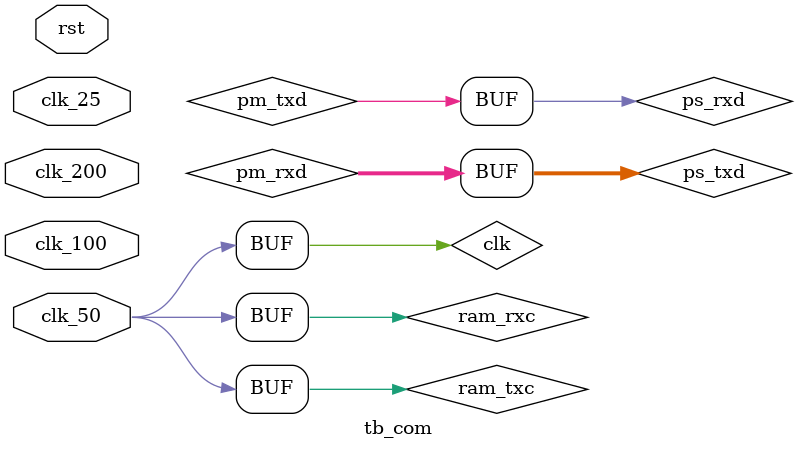
<source format=v>
module tb_com(
    input clk_25,
    input clk_50,
    input clk_100,
    input clk_200,
    input rst
);

    localparam BAG_INIT = 4'b0000; 
    localparam BAG_ACK = 4'b0001, BAG_NAK = 4'b0010, BAG_STALL = 4'b0011;
    localparam BAG_DIDX = 4'b0101, BAG_DPARAM = 4'b0110, BAG_DDIDX = 4'b0111;
    localparam BAG_DLINK = 4'b1000, BAG_DTYPE = 4'b1001, BAG_DTEMP = 4'b1010;
    localparam BAG_DHEAD = 4'b1100, BAG_DATA0 = 4'b1101, BAG_DATA1 = 4'b1110;

    (*MARK_DEBUG = "true"*)reg [7:0] state; 
    reg [7:0] next_state;

    localparam IDLE = 8'h00, WAIT = 8'h01, DONE = 8'h02;
    localparam RAM_TX = 8'h04;
    localparam PSDLINK = 8'h10, TSDLINK = 8'h11, WMDLINK = 8'h12, RMDLINK = 8'h13;
    localparam PMDIDX = 8'h20, TMDIDX = 8'h21, WSDIDX = 8'h22, RSDIDX = 8'h23; 
    localparam PSDTYPE = 8'h30, TSDTYPE = 8'h31, WMDTYPE = 8'h32, RMDTYPE = 8'h33; 
    localparam PMDPARAM = 8'h40, TMDPARAM = 8'h41, WSDPARAM = 8'h42, RSDPARAM = 8'h43;
    localparam PSDTEMP = 8'h50, TSDTEMP = 8'h51, WMDTEMP = 8'h52, RMDTEMP = 8'h53;
    localparam PMDDIDX = 8'h60, TMDDIDX = 8'h61, WSDDIDX = 8'h62, RSDDIDX = 8'h63;
    localparam PSDATA0 = 8'h70, TSDATA0 = 8'h71, WMDATA0 = 8'h72, RMDATA0 = 8'h73;
    
    localparam RAMI_INIT = 12'h031, RAMO_INIT = 12'h51;
    localparam DATA_LEN = 12'h50;

    wire ram_txc, ram_rxc;
    wire clk;

    wire [7:0] rami_txd, rami_rxd;
    wire [11:0] rami_txa, rami_rxa;
    wire rami_txen;

    wire [7:0] ramo_txd, ramo_rxd;
    wire [11:0] ramo_txa, ramo_rxa;
    wire ramo_txen;

    wire fs_ram_tx, fd_ram_tx;

    (*MARK_DEBUG = "true"*)wire fsm_send, fdm_send;
    (*MARK_DEBUG = "true"*)wire fsm_read, fdm_read;
    (*MARK_DEBUG = "true"*)wire fss_send, fds_send;
    (*MARK_DEBUG = "true"*)wire fss_read, fds_read;

    (*MARK_DEBUG = "true"*)wire fm_send, fm_recv;
    (*MARK_DEBUG = "true"*)wire pm_txd;
    (*MARK_DEBUG = "true"*)wire [3:0] pm_rxd;

    (*MARK_DEBUG = "true"*)wire fs_send, fs_recv;
    (*MARK_DEBUG = "true"*)wire ps_rxd;
    (*MARK_DEBUG = "true"*)wire [3:0] ps_txd;

    (*MARK_DEBUG = "true"*)wire [3:0] m_read_btype;
    (*MARK_DEBUG = "true"*)wire [7:0] m_read_bdata;

    (*MARK_DEBUG = "true"*)wire [3:0] s_read_btype;
    (*MARK_DEBUG = "true"*)wire [3:0] s_read_bdata;

    (*MARK_DEBUG = "true"*)reg [3:0] m_send_btype;
    (*MARK_DEBUG = "true"*)reg [3:0] s_send_btype;
    wire [7:0] device_type, device_temp;

    assign ram_txc = clk_50;
    assign ram_rxc = clk_50;

    assign fsm_send = (state == TMDIDX) || (state == TMDPARAM) || (state == TMDDIDX);
    assign fdm_read = (state == RMDLINK) || (state == RMDTYPE) || (state == RMDTEMP) || (state == RMDATA0);
    assign fss_send = (state == TSDLINK) || (state == TSDTYPE) || (state == TSDTEMP) || (state == TSDATA0);
    assign fds_read = (state == RSDIDX) || (state == RSDPARAM) || (state == RSDDIDX);
    assign fs_ram_tx = (state == RAM_TX);

    assign fm_recv = fs_send;
    assign fs_recv = fm_send;
    assign ps_rxd = pm_txd;
    assign pm_rxd = ps_txd;

    assign clk = clk_50;

    always@(posedge clk or posedge rst) begin
        if(rst) state <= IDLE;
        else state <= next_state;
    end
    
    always@(*) begin
        case(state)
            IDLE: next_state <= WAIT;
            WAIT: next_state <= RAM_TX;
            RAM_TX: begin
                if(fd_ram_tx) next_state <= PSDLINK;
                else next_state <= RAM_TX;
            end

            PSDLINK: next_state <= TSDLINK;
            TSDLINK: begin
                if(fds_send) next_state <= WMDLINK;
                else next_state <= TSDLINK;
            end
            WMDLINK: begin
                if(fsm_read) next_state <= RMDLINK;
                else next_state <= WMDLINK;
            end
            RMDLINK: begin
                if(~fsm_read) next_state <= PMDIDX; 
                else next_state <= RMDLINK;
            end

            PMDIDX: next_state <= TMDIDX;
            TMDIDX: begin
                if(fdm_send) next_state <= WSDIDX; 
                else next_state <= TMDIDX;
            end
            WSDIDX: begin
                if(fss_read) next_state <= RSDIDX;
                else next_state <= WSDIDX;
            end
            RSDIDX: begin
                if(~fss_read) next_state <= PSDTYPE;
                else next_state <= RSDIDX;
            end

            PSDTYPE: next_state <= TSDTYPE;
            TSDTYPE: begin
                if(fds_send) next_state <= WMDTYPE;
                else next_state <= TSDTYPE;
            end
            WMDTYPE: begin
                if(fsm_read) next_state <= RMDTYPE;
                else next_state <= WMDTYPE;
            end
            RMDTYPE: begin
                if(~fsm_read) next_state <= PMDPARAM; 
                else next_state <= RMDTYPE;
            end
            
            
            PMDPARAM: next_state <= TMDPARAM;
            TMDPARAM: begin
                if(fdm_send) next_state <= WSDPARAM; 
                else next_state <= TMDPARAM;
            end
            WSDPARAM: begin
                if(fss_read) next_state <= RSDPARAM;
                else next_state <= WSDPARAM;
            end
            RSDPARAM: begin
                if(~fss_read) next_state <= PSDTEMP;
                else next_state <= RSDPARAM;
            end

            PSDTEMP: next_state <= TSDTEMP;
            TSDTEMP: begin
                if(fds_send) next_state <= WMDTEMP;
                else next_state <= TSDTEMP;
            end
            WMDTEMP: begin
                if(fsm_read) next_state <= RMDTEMP;
                else next_state <= WMDTEMP;
            end
            RMDTEMP: begin
                if(~fsm_read) next_state <= PMDDIDX; 
                else next_state <= RMDTEMP;
            end

            PMDDIDX: next_state <= TMDDIDX;
            TMDDIDX: begin
                if(fdm_send) next_state <= WSDDIDX; 
                else next_state <= TMDDIDX;
            end
            WSDDIDX: begin
                if(fss_read) next_state <= RSDDIDX;
                else next_state <= WSDDIDX;
            end
            RSDDIDX: begin
                if(~fss_read) next_state <= PSDATA0;
                else next_state <= RSDDIDX;
            end

            PSDATA0: next_state <= TSDATA0;
            TSDATA0: begin
                if(fds_send) next_state <= WMDATA0;
                else next_state <= TSDATA0;
            end
            WMDATA0: begin
                if(fsm_read) next_state <= RMDATA0;
                else next_state <= WMDLINK;
            end
            RMDATA0: begin
                if(~fsm_read) next_state <= PSDLINK; 
                else next_state <= RMDATA0;
            end

            default: next_state <= IDLE;
        endcase
    end

    always@(posedge clk or posedge rst) begin
        if(rst) m_send_btype <= BAG_INIT;
        else if(state == IDLE) m_send_btype <= BAG_INIT;
        else if(state == PMDIDX) m_send_btype <= BAG_DIDX;
        else if(state == PMDPARAM) m_send_btype <= BAG_DPARAM;
        else if(state == PMDDIDX) m_send_btype <= BAG_DDIDX;
        else m_send_btype <= m_send_btype;
    end

    always@(posedge clk or posedge rst) begin
        if(rst) s_send_btype <= BAG_INIT;
        else if(state == IDLE) s_send_btype <= BAG_INIT;
        else if(state == PSDLINK) s_send_btype <= BAG_DLINK; 
        else if(state == PSDTYPE) s_send_btype <= BAG_DTYPE; 
        else if(state == PSDTEMP) s_send_btype <= BAG_DTEMP; 
        else if(state == PSDATA0) s_send_btype <= BAG_DATA0; 
        else s_send_btype <= s_send_btype;
    end

    // mmcm
    // mmcm_dut(
    //     .clk_in(clk),
    //     .clk_out1(clk_25),
    //     .clk_out2(clk_100),
    //     .clk_out3(clk_200)
    // );

    ram
    ram_in_dut(
        .clka(ram_txc),
        .addra(rami_txa),
        .dina(rami_txd),
        .wea(rami_txen),

        .clkb(ram_rxc),
        .addrb(rami_rxa),
        .doutb(rami_rxd)
    );

    ram
    ram_out_dut(
        .clka(ram_txc),
        .addra(ramo_txa),
        .dina(ramo_txd),
        .wea(ramo_txen),

        .clkb(ram_rxc),
        .addrb(ramo_rxa),
        .doutb(ramo_rxd)
    );

    ram_tx
    ram_tx_dut(
        .clk(ram_txc),
        .rst(rst),

        .fs(fs_ram_tx),
        .fd(fd_ram_tx),

        .addr_init(RAMI_INIT),
        .data_len(12'h100),

        .ram_txa(rami_txa),
        .ram_txd(rami_txd),
        .ram_txen(rami_txen)
    );

    ram_rx
    ram_rx_dut(
        .clk(ram_rxc),
        .rst(rst),
        .fs(fs_ram_rx),
        .fd(fd_ram_rx),
        .ram_rxa_init(RAMO_INIT),
        .data_len(DATA_LEN + 12'h5),
        .ram_rxa(ramo_rxa),
        .ram_rxd(ramo_rxd)
    );



    com
    com_dut(
        .sys_clk(clk_50),
        .com_txc(clk_25),
        .com_rxc(clk_50),
        .pin_txc(clk_200),
        .pin_rxc(clk_100),
        .rst(rst),

        .fs_send(fsm_send),
        .fd_send(fdm_send),
        .fs_read(fsm_read),
        .fd_read(fdm_read),

        .fire_send(fm_send),
        .fire_recv(fm_recv),
        .pin_txd(pm_txd),
        .pin_rxd(pm_rxd),

        .read_btype(m_read_btype),
        .send_btype(m_send_btype),

        .device_type(device_type),
        .device_temp(device_temp),

        .device_idx(4'h3),
        .data_idx(4'h6),
        .device_freq(4'h3),

        .ram_txa_init(RAMO_INIT),
        .data_len(DATA_LEN),
        .ram_txa(ramo_txa),
        .ram_txd(ramo_txd),
        .ram_txen(ramo_txen),

        .link(link),
        .error(error)
    );

    typec
    typec_dut(
        .sys_clk(clk_50),
        .com_txc(clk_50),
        .com_rxc(clk_25),
        .pin_txc(clk_100),
        .pin_rxc(clk_200),
        .rst(rst),

        .fs_send(fss_send),
        .fd_send(fds_send),
        .fs_read(fss_read),
        .fd_read(fds_read),

        .fire_send(fs_send),
        .fire_recv(fs_recv),
        .pin_txd(ps_txd),
        .pin_rxd(ps_rxd),

        .read_btype(s_read_btype),
        .read_bdata(s_read_bdata),

        .send_btype(s_send_btype),
        .device_type(8'hFF),
        .device_temp(8'h63),
        .device_stat(4'hF),

        .ram_rxa_init(RAMI_INIT),
        .data_len(DATA_LEN),
        .ram_rxa(rami_rxa),
        .ram_rxd(rami_rxd)
    );




endmodule
</source>
